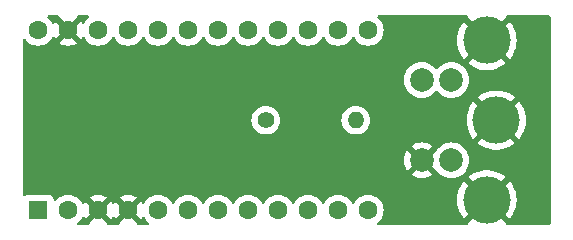
<source format=gbl>
G04 #@! TF.GenerationSoftware,KiCad,Pcbnew,8.0.3*
G04 #@! TF.CreationDate,2024-06-25T16:21:06+09:00*
G04 #@! TF.ProjectId,adb-usb-converter,6164622d-7573-4622-9d63-6f6e76657274,rev?*
G04 #@! TF.SameCoordinates,Original*
G04 #@! TF.FileFunction,Copper,L2,Bot*
G04 #@! TF.FilePolarity,Positive*
%FSLAX46Y46*%
G04 Gerber Fmt 4.6, Leading zero omitted, Abs format (unit mm)*
G04 Created by KiCad (PCBNEW 8.0.3) date 2024-06-25 16:21:06*
%MOMM*%
%LPD*%
G01*
G04 APERTURE LIST*
G04 #@! TA.AperFunction,ComponentPad*
%ADD10C,4.000000*%
G04 #@! TD*
G04 #@! TA.AperFunction,ComponentPad*
%ADD11C,2.000000*%
G04 #@! TD*
G04 #@! TA.AperFunction,ComponentPad*
%ADD12C,1.400000*%
G04 #@! TD*
G04 #@! TA.AperFunction,ComponentPad*
%ADD13O,1.400000X1.400000*%
G04 #@! TD*
G04 #@! TA.AperFunction,ComponentPad*
%ADD14R,1.600000X1.600000*%
G04 #@! TD*
G04 #@! TA.AperFunction,ComponentPad*
%ADD15C,1.600000*%
G04 #@! TD*
G04 APERTURE END LIST*
D10*
X144950000Y6750000D03*
X145750000Y0D03*
X144950000Y-6750000D03*
D11*
X141950000Y3400000D03*
X139450000Y3400000D03*
X141950000Y-3400000D03*
X139450000Y-3400000D03*
D12*
X126238000Y0D03*
D13*
X133858000Y0D03*
D14*
X106965001Y-7620000D03*
D15*
X109505001Y-7620000D03*
X112045001Y-7620000D03*
X114585001Y-7620000D03*
X117125001Y-7620000D03*
X119665001Y-7620000D03*
X122205001Y-7620000D03*
X124745001Y-7620000D03*
X127285001Y-7620000D03*
X129825001Y-7620000D03*
X132365001Y-7620000D03*
X134905001Y-7620000D03*
X134905001Y7620000D03*
X132365001Y7620000D03*
X129825001Y7620000D03*
X127285001Y7620000D03*
X124745001Y7620000D03*
X122205001Y7620000D03*
X119665001Y7620000D03*
X117125001Y7620000D03*
X114585001Y7620000D03*
X112045001Y7620000D03*
X109505001Y7620000D03*
X106965001Y7620000D03*
G04 #@! TA.AperFunction,Conductor*
G36*
X111532483Y-7832292D02*
G01*
X111604891Y-7957708D01*
X111707293Y-8060110D01*
X111832709Y-8132518D01*
X111879227Y-8144982D01*
X111317111Y-8707098D01*
X111318898Y-8727519D01*
X111304908Y-8797124D01*
X111255509Y-8848116D01*
X111193377Y-8864500D01*
X110408592Y-8864500D01*
X110340471Y-8844498D01*
X110293978Y-8790842D01*
X110283874Y-8720568D01*
X110313368Y-8655988D01*
X110336321Y-8635287D01*
X110339683Y-8632932D01*
X110349301Y-8626198D01*
X110511199Y-8464300D01*
X110642524Y-8276749D01*
X110661082Y-8236950D01*
X110707996Y-8183667D01*
X110776273Y-8164205D01*
X110844233Y-8184745D01*
X110889470Y-8236949D01*
X110907914Y-8276500D01*
X110907914Y-8276501D01*
X110957900Y-8347888D01*
X111520017Y-7785771D01*
X111532483Y-7832292D01*
G37*
G04 #@! TD.AperFunction*
G04 #@! TA.AperFunction,Conductor*
G36*
X114072483Y-7832292D02*
G01*
X114144891Y-7957708D01*
X114247293Y-8060110D01*
X114372709Y-8132518D01*
X114419227Y-8144982D01*
X113857111Y-8707098D01*
X113858898Y-8727519D01*
X113844908Y-8797124D01*
X113795509Y-8848116D01*
X113733377Y-8864500D01*
X112896624Y-8864500D01*
X112828503Y-8844498D01*
X112782010Y-8790842D01*
X112771103Y-8727519D01*
X112772889Y-8707097D01*
X112210774Y-8144982D01*
X112257293Y-8132518D01*
X112382709Y-8060110D01*
X112485111Y-7957708D01*
X112557519Y-7832292D01*
X112569983Y-7785773D01*
X113132098Y-8347888D01*
X113132100Y-8347888D01*
X113182089Y-8276497D01*
X113200806Y-8236359D01*
X113247723Y-8183074D01*
X113316000Y-8163613D01*
X113383960Y-8184155D01*
X113429196Y-8236359D01*
X113447914Y-8276501D01*
X113497900Y-8347888D01*
X114060017Y-7785771D01*
X114072483Y-7832292D01*
G37*
G04 #@! TD.AperFunction*
G04 #@! TA.AperFunction,Conductor*
G36*
X115672098Y-8347888D02*
G01*
X115672100Y-8347888D01*
X115722089Y-8276497D01*
X115740530Y-8236951D01*
X115787447Y-8183666D01*
X115855724Y-8164205D01*
X115923684Y-8184747D01*
X115968920Y-8236951D01*
X115987478Y-8276749D01*
X116118803Y-8464300D01*
X116280701Y-8626198D01*
X116280704Y-8626200D01*
X116293681Y-8635287D01*
X116338009Y-8690745D01*
X116345318Y-8761364D01*
X116313287Y-8824724D01*
X116252085Y-8860709D01*
X116221410Y-8864500D01*
X115436624Y-8864500D01*
X115368503Y-8844498D01*
X115322010Y-8790842D01*
X115311103Y-8727519D01*
X115312889Y-8707097D01*
X114750774Y-8144982D01*
X114797293Y-8132518D01*
X114922709Y-8060110D01*
X115025111Y-7957708D01*
X115097519Y-7832292D01*
X115109983Y-7785773D01*
X115672098Y-8347888D01*
G37*
G04 #@! TD.AperFunction*
G04 #@! TA.AperFunction,Conductor*
G36*
X143307544Y8844498D02*
G01*
X143354037Y8790842D01*
X143365035Y8728614D01*
X143362522Y8696686D01*
X144248831Y7810377D01*
X144122651Y7718702D01*
X143981298Y7577349D01*
X143889621Y7451166D01*
X143006042Y8334746D01*
X143006041Y8334746D01*
X142916971Y8227078D01*
X142916969Y8227075D01*
X142747882Y7960636D01*
X142747875Y7960622D01*
X142613513Y7675088D01*
X142613509Y7675079D01*
X142515992Y7374955D01*
X142515989Y7374942D01*
X142456856Y7064961D01*
X142456854Y7064944D01*
X142437041Y6750006D01*
X142437041Y6749993D01*
X142456854Y6435055D01*
X142456856Y6435038D01*
X142515989Y6125057D01*
X142515992Y6125044D01*
X142613509Y5824920D01*
X142613513Y5824911D01*
X142747875Y5539377D01*
X142747882Y5539363D01*
X142916969Y5272924D01*
X142916972Y5272921D01*
X143006042Y5165252D01*
X143889622Y6048832D01*
X143981298Y5922651D01*
X144122651Y5781298D01*
X144248831Y5689622D01*
X143362522Y4803312D01*
X143362522Y4803310D01*
X143603486Y4628240D01*
X143880034Y4476207D01*
X144173460Y4360031D01*
X144173466Y4360029D01*
X144479103Y4281555D01*
X144479130Y4281550D01*
X144792195Y4242001D01*
X144792214Y4242000D01*
X145107786Y4242000D01*
X145107804Y4242001D01*
X145420869Y4281550D01*
X145420896Y4281555D01*
X145726533Y4360029D01*
X145726539Y4360031D01*
X146019965Y4476207D01*
X146296513Y4628240D01*
X146537476Y4803310D01*
X146537476Y4803311D01*
X145651166Y5689621D01*
X145777349Y5781298D01*
X145918702Y5922651D01*
X146010377Y6048831D01*
X146893956Y5165252D01*
X146893957Y5165252D01*
X146983028Y5272921D01*
X146983030Y5272924D01*
X147152117Y5539363D01*
X147152124Y5539377D01*
X147286486Y5824911D01*
X147286490Y5824920D01*
X147384007Y6125044D01*
X147384010Y6125057D01*
X147443143Y6435038D01*
X147443145Y6435055D01*
X147462959Y6749993D01*
X147462959Y6750006D01*
X147443145Y7064944D01*
X147443143Y7064961D01*
X147384010Y7374942D01*
X147384007Y7374955D01*
X147286490Y7675079D01*
X147286486Y7675088D01*
X147152124Y7960622D01*
X147152117Y7960636D01*
X146983033Y8227071D01*
X146983030Y8227075D01*
X146893956Y8334746D01*
X146010377Y7451167D01*
X145918702Y7577349D01*
X145777349Y7718702D01*
X145651168Y7810377D01*
X146537476Y8696686D01*
X146534964Y8728614D01*
X146549560Y8798094D01*
X146599403Y8848654D01*
X146660576Y8864500D01*
X150216500Y8864500D01*
X150284621Y8844498D01*
X150331114Y8790842D01*
X150342500Y8738500D01*
X150342500Y-8738500D01*
X150322498Y-8806621D01*
X150268842Y-8853114D01*
X150216500Y-8864500D01*
X146660576Y-8864500D01*
X146592455Y-8844498D01*
X146545962Y-8790842D01*
X146534964Y-8728614D01*
X146537476Y-8696686D01*
X145651168Y-7810377D01*
X145777349Y-7718702D01*
X145918702Y-7577349D01*
X146010377Y-7451167D01*
X146893956Y-8334746D01*
X146983030Y-8227075D01*
X146983033Y-8227071D01*
X147152117Y-7960636D01*
X147152124Y-7960622D01*
X147286486Y-7675088D01*
X147286490Y-7675079D01*
X147384007Y-7374955D01*
X147384010Y-7374942D01*
X147443143Y-7064961D01*
X147443145Y-7064944D01*
X147462959Y-6750006D01*
X147462959Y-6749993D01*
X147443145Y-6435055D01*
X147443143Y-6435038D01*
X147384010Y-6125057D01*
X147384007Y-6125044D01*
X147286490Y-5824920D01*
X147286486Y-5824911D01*
X147152124Y-5539377D01*
X147152117Y-5539363D01*
X146983030Y-5272924D01*
X146983028Y-5272921D01*
X146893956Y-5165252D01*
X146010377Y-6048831D01*
X145918702Y-5922651D01*
X145777349Y-5781298D01*
X145651167Y-5689621D01*
X146537476Y-4803312D01*
X146537476Y-4803310D01*
X146296513Y-4628240D01*
X146019965Y-4476207D01*
X145726539Y-4360031D01*
X145726533Y-4360029D01*
X145420896Y-4281555D01*
X145420869Y-4281550D01*
X145107804Y-4242001D01*
X145107786Y-4242000D01*
X144792214Y-4242000D01*
X144792195Y-4242001D01*
X144479130Y-4281550D01*
X144479103Y-4281555D01*
X144173466Y-4360029D01*
X144173460Y-4360031D01*
X143880034Y-4476207D01*
X143603486Y-4628240D01*
X143362522Y-4803310D01*
X143362522Y-4803312D01*
X144248832Y-5689622D01*
X144122651Y-5781298D01*
X143981298Y-5922651D01*
X143889622Y-6048832D01*
X143006042Y-5165252D01*
X142916972Y-5272921D01*
X142916969Y-5272924D01*
X142747882Y-5539363D01*
X142747875Y-5539377D01*
X142613513Y-5824911D01*
X142613509Y-5824920D01*
X142515992Y-6125044D01*
X142515989Y-6125057D01*
X142456856Y-6435038D01*
X142456854Y-6435055D01*
X142437041Y-6749993D01*
X142437041Y-6750006D01*
X142456854Y-7064944D01*
X142456856Y-7064961D01*
X142515989Y-7374942D01*
X142515992Y-7374955D01*
X142613509Y-7675079D01*
X142613513Y-7675088D01*
X142747875Y-7960622D01*
X142747882Y-7960636D01*
X142916969Y-8227075D01*
X142916971Y-8227078D01*
X143006042Y-8334746D01*
X143889621Y-7451166D01*
X143981298Y-7577349D01*
X144122651Y-7718702D01*
X144248831Y-7810377D01*
X143362522Y-8696686D01*
X143365035Y-8728614D01*
X143350439Y-8798094D01*
X143300596Y-8848654D01*
X143239423Y-8864500D01*
X135808592Y-8864500D01*
X135740471Y-8844498D01*
X135693978Y-8790842D01*
X135683874Y-8720568D01*
X135713368Y-8655988D01*
X135736321Y-8635287D01*
X135739683Y-8632932D01*
X135749301Y-8626198D01*
X135911199Y-8464300D01*
X136042524Y-8276749D01*
X136139285Y-8069243D01*
X136198544Y-7848087D01*
X136218499Y-7620000D01*
X136198544Y-7391913D01*
X136139285Y-7170757D01*
X136042524Y-6963251D01*
X135911199Y-6775700D01*
X135749301Y-6613802D01*
X135633758Y-6532898D01*
X135561750Y-6482477D01*
X135354247Y-6385717D01*
X135354241Y-6385715D01*
X135218820Y-6349429D01*
X135133088Y-6326457D01*
X134905001Y-6306502D01*
X134676914Y-6326457D01*
X134455760Y-6385715D01*
X134455754Y-6385717D01*
X134248251Y-6482477D01*
X134060704Y-6613799D01*
X134060698Y-6613804D01*
X133898805Y-6775697D01*
X133898800Y-6775703D01*
X133767478Y-6963250D01*
X133749196Y-7002457D01*
X133702279Y-7055742D01*
X133634002Y-7075203D01*
X133566042Y-7054661D01*
X133520806Y-7002457D01*
X133518895Y-6998359D01*
X133502524Y-6963251D01*
X133371199Y-6775700D01*
X133209301Y-6613802D01*
X133093758Y-6532898D01*
X133021750Y-6482477D01*
X132814247Y-6385717D01*
X132814241Y-6385715D01*
X132678820Y-6349429D01*
X132593088Y-6326457D01*
X132365001Y-6306502D01*
X132136914Y-6326457D01*
X131915760Y-6385715D01*
X131915754Y-6385717D01*
X131708251Y-6482477D01*
X131520704Y-6613799D01*
X131520698Y-6613804D01*
X131358805Y-6775697D01*
X131358800Y-6775703D01*
X131227478Y-6963250D01*
X131209196Y-7002457D01*
X131162279Y-7055742D01*
X131094002Y-7075203D01*
X131026042Y-7054661D01*
X130980806Y-7002457D01*
X130978895Y-6998359D01*
X130962524Y-6963251D01*
X130831199Y-6775700D01*
X130669301Y-6613802D01*
X130553758Y-6532898D01*
X130481750Y-6482477D01*
X130274247Y-6385717D01*
X130274241Y-6385715D01*
X130138820Y-6349429D01*
X130053088Y-6326457D01*
X129825001Y-6306502D01*
X129596914Y-6326457D01*
X129375760Y-6385715D01*
X129375754Y-6385717D01*
X129168251Y-6482477D01*
X128980704Y-6613799D01*
X128980698Y-6613804D01*
X128818805Y-6775697D01*
X128818800Y-6775703D01*
X128687478Y-6963250D01*
X128669196Y-7002457D01*
X128622279Y-7055742D01*
X128554002Y-7075203D01*
X128486042Y-7054661D01*
X128440806Y-7002457D01*
X128438895Y-6998359D01*
X128422524Y-6963251D01*
X128291199Y-6775700D01*
X128129301Y-6613802D01*
X128013758Y-6532898D01*
X127941750Y-6482477D01*
X127734247Y-6385717D01*
X127734241Y-6385715D01*
X127598820Y-6349429D01*
X127513088Y-6326457D01*
X127285001Y-6306502D01*
X127056914Y-6326457D01*
X126835760Y-6385715D01*
X126835754Y-6385717D01*
X126628251Y-6482477D01*
X126440704Y-6613799D01*
X126440698Y-6613804D01*
X126278805Y-6775697D01*
X126278800Y-6775703D01*
X126147478Y-6963250D01*
X126129196Y-7002457D01*
X126082279Y-7055742D01*
X126014002Y-7075203D01*
X125946042Y-7054661D01*
X125900806Y-7002457D01*
X125898895Y-6998359D01*
X125882524Y-6963251D01*
X125751199Y-6775700D01*
X125589301Y-6613802D01*
X125473758Y-6532898D01*
X125401750Y-6482477D01*
X125194247Y-6385717D01*
X125194241Y-6385715D01*
X125058820Y-6349429D01*
X124973088Y-6326457D01*
X124745001Y-6306502D01*
X124516914Y-6326457D01*
X124295760Y-6385715D01*
X124295754Y-6385717D01*
X124088251Y-6482477D01*
X123900704Y-6613799D01*
X123900698Y-6613804D01*
X123738805Y-6775697D01*
X123738800Y-6775703D01*
X123607478Y-6963250D01*
X123589196Y-7002457D01*
X123542279Y-7055742D01*
X123474002Y-7075203D01*
X123406042Y-7054661D01*
X123360806Y-7002457D01*
X123358895Y-6998359D01*
X123342524Y-6963251D01*
X123211199Y-6775700D01*
X123049301Y-6613802D01*
X122933758Y-6532898D01*
X122861750Y-6482477D01*
X122654247Y-6385717D01*
X122654241Y-6385715D01*
X122518820Y-6349429D01*
X122433088Y-6326457D01*
X122205001Y-6306502D01*
X121976914Y-6326457D01*
X121755760Y-6385715D01*
X121755754Y-6385717D01*
X121548251Y-6482477D01*
X121360704Y-6613799D01*
X121360698Y-6613804D01*
X121198805Y-6775697D01*
X121198800Y-6775703D01*
X121067478Y-6963250D01*
X121049196Y-7002457D01*
X121002279Y-7055742D01*
X120934002Y-7075203D01*
X120866042Y-7054661D01*
X120820806Y-7002457D01*
X120818895Y-6998359D01*
X120802524Y-6963251D01*
X120671199Y-6775700D01*
X120509301Y-6613802D01*
X120393758Y-6532898D01*
X120321750Y-6482477D01*
X120114247Y-6385717D01*
X120114241Y-6385715D01*
X119978820Y-6349429D01*
X119893088Y-6326457D01*
X119665001Y-6306502D01*
X119436914Y-6326457D01*
X119215760Y-6385715D01*
X119215754Y-6385717D01*
X119008251Y-6482477D01*
X118820704Y-6613799D01*
X118820698Y-6613804D01*
X118658805Y-6775697D01*
X118658800Y-6775703D01*
X118527478Y-6963250D01*
X118509196Y-7002457D01*
X118462279Y-7055742D01*
X118394002Y-7075203D01*
X118326042Y-7054661D01*
X118280806Y-7002457D01*
X118278895Y-6998359D01*
X118262524Y-6963251D01*
X118131199Y-6775700D01*
X117969301Y-6613802D01*
X117853758Y-6532898D01*
X117781750Y-6482477D01*
X117574247Y-6385717D01*
X117574241Y-6385715D01*
X117438820Y-6349429D01*
X117353088Y-6326457D01*
X117125001Y-6306502D01*
X116896914Y-6326457D01*
X116675760Y-6385715D01*
X116675754Y-6385717D01*
X116468251Y-6482477D01*
X116280704Y-6613799D01*
X116280698Y-6613804D01*
X116118805Y-6775697D01*
X116118800Y-6775703D01*
X115987476Y-6963252D01*
X115968919Y-7003049D01*
X115922002Y-7056333D01*
X115853725Y-7075794D01*
X115785765Y-7055252D01*
X115740531Y-7003049D01*
X115722089Y-6963502D01*
X115722087Y-6963498D01*
X115672101Y-6892110D01*
X115672099Y-6892110D01*
X115109983Y-7454226D01*
X115097519Y-7407708D01*
X115025111Y-7282292D01*
X114922709Y-7179890D01*
X114797293Y-7107482D01*
X114750773Y-7095016D01*
X115312889Y-6532899D01*
X115312889Y-6532898D01*
X115241502Y-6482913D01*
X115034074Y-6386188D01*
X115034069Y-6386186D01*
X114813001Y-6326951D01*
X114813005Y-6326951D01*
X114585001Y-6307004D01*
X114356998Y-6326951D01*
X114135932Y-6386186D01*
X114135927Y-6386188D01*
X113928501Y-6482913D01*
X113857110Y-6532900D01*
X114419227Y-7095017D01*
X114372709Y-7107482D01*
X114247293Y-7179890D01*
X114144891Y-7282292D01*
X114072483Y-7407708D01*
X114060018Y-7454226D01*
X113497901Y-6892109D01*
X113447913Y-6963501D01*
X113447912Y-6963503D01*
X113429195Y-7003642D01*
X113382278Y-7056926D01*
X113314001Y-7076387D01*
X113246041Y-7055845D01*
X113200806Y-7003641D01*
X113182087Y-6963498D01*
X113132101Y-6892110D01*
X113132099Y-6892110D01*
X112569983Y-7454226D01*
X112557519Y-7407708D01*
X112485111Y-7282292D01*
X112382709Y-7179890D01*
X112257293Y-7107482D01*
X112210773Y-7095016D01*
X112772889Y-6532899D01*
X112772889Y-6532898D01*
X112701502Y-6482913D01*
X112494074Y-6386188D01*
X112494069Y-6386186D01*
X112273001Y-6326951D01*
X112273005Y-6326951D01*
X112045001Y-6307004D01*
X111816998Y-6326951D01*
X111595932Y-6386186D01*
X111595927Y-6386188D01*
X111388501Y-6482913D01*
X111317110Y-6532900D01*
X111879227Y-7095017D01*
X111832709Y-7107482D01*
X111707293Y-7179890D01*
X111604891Y-7282292D01*
X111532483Y-7407708D01*
X111520018Y-7454226D01*
X110957901Y-6892109D01*
X110907913Y-6963501D01*
X110907912Y-6963503D01*
X110889471Y-7003050D01*
X110842554Y-7056335D01*
X110774277Y-7075795D01*
X110706317Y-7055253D01*
X110661082Y-7003049D01*
X110660741Y-7002318D01*
X110642524Y-6963251D01*
X110511199Y-6775700D01*
X110349301Y-6613802D01*
X110233758Y-6532898D01*
X110161750Y-6482477D01*
X109954247Y-6385717D01*
X109954241Y-6385715D01*
X109818820Y-6349429D01*
X109733088Y-6326457D01*
X109505001Y-6306502D01*
X109276914Y-6326457D01*
X109055760Y-6385715D01*
X109055754Y-6385717D01*
X108848251Y-6482477D01*
X108660704Y-6613799D01*
X108660698Y-6613804D01*
X108498805Y-6775697D01*
X108498796Y-6775708D01*
X108496484Y-6779010D01*
X108441022Y-6823333D01*
X108370402Y-6830635D01*
X108307045Y-6798598D01*
X108271066Y-6737393D01*
X108268000Y-6720198D01*
X108266990Y-6710799D01*
X108215890Y-6573796D01*
X108215889Y-6573794D01*
X108215888Y-6573792D01*
X108128262Y-6456738D01*
X108011208Y-6369112D01*
X108011203Y-6369110D01*
X107874205Y-6318011D01*
X107874197Y-6318009D01*
X107813650Y-6311500D01*
X107813639Y-6311500D01*
X106116363Y-6311500D01*
X106116351Y-6311500D01*
X106055804Y-6318009D01*
X106055796Y-6318011D01*
X105918798Y-6369110D01*
X105918793Y-6369113D01*
X105891009Y-6389912D01*
X105824488Y-6414723D01*
X105755114Y-6399631D01*
X105704912Y-6349429D01*
X105689500Y-6289044D01*
X105689500Y-3400000D01*
X137937337Y-3400000D01*
X137955960Y-3636632D01*
X138011371Y-3867437D01*
X138102208Y-4086738D01*
X138216896Y-4273890D01*
X138216897Y-4273890D01*
X138858781Y-3632006D01*
X138887271Y-3700785D01*
X138956764Y-3804789D01*
X139045211Y-3893236D01*
X139149215Y-3962729D01*
X139217991Y-3991217D01*
X138576107Y-4633101D01*
X138576108Y-4633102D01*
X138763261Y-4747791D01*
X138982562Y-4838628D01*
X139213367Y-4894039D01*
X139450000Y-4912662D01*
X139686632Y-4894039D01*
X139917437Y-4838628D01*
X140136738Y-4747791D01*
X140323890Y-4633102D01*
X140323891Y-4633102D01*
X139682007Y-3991217D01*
X139750785Y-3962729D01*
X139854789Y-3893236D01*
X139943236Y-3804789D01*
X140012729Y-3700785D01*
X140041218Y-3632007D01*
X140696999Y-4287788D01*
X140712974Y-4290494D01*
X140753599Y-4321936D01*
X140880030Y-4469969D01*
X141060580Y-4624173D01*
X141060584Y-4624176D01*
X141263037Y-4748240D01*
X141482406Y-4839105D01*
X141713289Y-4894535D01*
X141950000Y-4913165D01*
X142186711Y-4894535D01*
X142417594Y-4839105D01*
X142636963Y-4748240D01*
X142839416Y-4624176D01*
X143019969Y-4469969D01*
X143174176Y-4289416D01*
X143298240Y-4086963D01*
X143389105Y-3867594D01*
X143444535Y-3636711D01*
X143463165Y-3400000D01*
X143444535Y-3163289D01*
X143389105Y-2932406D01*
X143298240Y-2713037D01*
X143174176Y-2510584D01*
X143171969Y-2508000D01*
X143019969Y-2330030D01*
X142839419Y-2175826D01*
X142839417Y-2175825D01*
X142839416Y-2175824D01*
X142636963Y-2051760D01*
X142418744Y-1961371D01*
X142417592Y-1960894D01*
X142259651Y-1922976D01*
X142186711Y-1905465D01*
X141950000Y-1886835D01*
X141713289Y-1905465D01*
X141482407Y-1960894D01*
X141263038Y-2051759D01*
X141060582Y-2175825D01*
X141060580Y-2175826D01*
X140880033Y-2330028D01*
X140753599Y-2478063D01*
X140694148Y-2516872D01*
X140692162Y-2517046D01*
X140041217Y-3167991D01*
X140012729Y-3099215D01*
X139943236Y-2995211D01*
X139854789Y-2906764D01*
X139750785Y-2837271D01*
X139682006Y-2808781D01*
X140323890Y-2166897D01*
X140323890Y-2166896D01*
X140136738Y-2052208D01*
X139917437Y-1961371D01*
X139686632Y-1905960D01*
X139450000Y-1887337D01*
X139213367Y-1905960D01*
X138982562Y-1961371D01*
X138763266Y-2052206D01*
X138576108Y-2166897D01*
X138576108Y-2166898D01*
X139217992Y-2808782D01*
X139149215Y-2837271D01*
X139045211Y-2906764D01*
X138956764Y-2995211D01*
X138887271Y-3099215D01*
X138858782Y-3167992D01*
X138216898Y-2526108D01*
X138216897Y-2526108D01*
X138102206Y-2713266D01*
X138011371Y-2932562D01*
X137955960Y-3163367D01*
X137937337Y-3400000D01*
X105689500Y-3400000D01*
X105689500Y0D01*
X125024884Y0D01*
X125043314Y-210655D01*
X125071258Y-314944D01*
X125098043Y-414908D01*
X125098045Y-414912D01*
X125187412Y-606561D01*
X125308692Y-779767D01*
X125308696Y-779772D01*
X125308699Y-779776D01*
X125458224Y-929301D01*
X125458228Y-929304D01*
X125458232Y-929307D01*
X125631438Y-1050587D01*
X125631441Y-1050588D01*
X125631442Y-1050589D01*
X125823090Y-1139956D01*
X126027345Y-1194686D01*
X126238000Y-1213116D01*
X126448655Y-1194686D01*
X126652910Y-1139956D01*
X126844558Y-1050589D01*
X127017776Y-929301D01*
X127167301Y-779776D01*
X127275707Y-624955D01*
X127288587Y-606561D01*
X127288587Y-606560D01*
X127288589Y-606558D01*
X127377956Y-414910D01*
X127432686Y-210655D01*
X127451116Y0D01*
X132644884Y0D01*
X132663314Y-210655D01*
X132691258Y-314944D01*
X132718043Y-414908D01*
X132718045Y-414912D01*
X132807412Y-606561D01*
X132928692Y-779767D01*
X132928696Y-779772D01*
X132928699Y-779776D01*
X133078224Y-929301D01*
X133078228Y-929304D01*
X133078232Y-929307D01*
X133251438Y-1050587D01*
X133251441Y-1050588D01*
X133251442Y-1050589D01*
X133443090Y-1139956D01*
X133647345Y-1194686D01*
X133858000Y-1213116D01*
X134068655Y-1194686D01*
X134272910Y-1139956D01*
X134464558Y-1050589D01*
X134637776Y-929301D01*
X134787301Y-779776D01*
X134895707Y-624955D01*
X134908587Y-606561D01*
X134908587Y-606560D01*
X134908589Y-606558D01*
X134997956Y-414910D01*
X135052686Y-210655D01*
X135071116Y0D01*
X135071115Y6D01*
X143237041Y6D01*
X143237041Y-6D01*
X143256854Y-314944D01*
X143256856Y-314961D01*
X143315989Y-624942D01*
X143315992Y-624955D01*
X143413509Y-925079D01*
X143413513Y-925088D01*
X143547875Y-1210622D01*
X143547882Y-1210636D01*
X143716969Y-1477075D01*
X143716971Y-1477078D01*
X143806042Y-1584746D01*
X145250000Y-140788D01*
X145250000Y-859208D01*
X144162522Y-1946686D01*
X144162522Y-1946688D01*
X144403482Y-2121756D01*
X144680034Y-2273792D01*
X144973460Y-2389968D01*
X144973466Y-2389970D01*
X145279103Y-2468444D01*
X145279130Y-2468449D01*
X145592195Y-2507998D01*
X145592214Y-2508000D01*
X145907786Y-2508000D01*
X145907804Y-2507998D01*
X146220869Y-2468449D01*
X146220896Y-2468444D01*
X146526533Y-2389970D01*
X146526539Y-2389968D01*
X146819965Y-2273792D01*
X147096512Y-2121759D01*
X147337476Y-1946688D01*
X147337476Y-1946686D01*
X146250000Y-859209D01*
X146250000Y-140790D01*
X147693956Y-1584746D01*
X147783030Y-1477075D01*
X147783033Y-1477071D01*
X147952117Y-1210636D01*
X147952124Y-1210622D01*
X148086486Y-925088D01*
X148086490Y-925079D01*
X148184007Y-624955D01*
X148184010Y-624942D01*
X148243143Y-314961D01*
X148243145Y-314944D01*
X148262959Y-6D01*
X148262959Y6D01*
X148243145Y314944D01*
X148243143Y314961D01*
X148184010Y624942D01*
X148184007Y624955D01*
X148086490Y925079D01*
X148086486Y925088D01*
X147952124Y1210622D01*
X147952117Y1210636D01*
X147783033Y1477071D01*
X147783030Y1477075D01*
X147693956Y1584746D01*
X146250000Y140790D01*
X146250000Y859209D01*
X147337476Y1946686D01*
X147337476Y1946688D01*
X147096512Y2121759D01*
X146819965Y2273792D01*
X146526539Y2389968D01*
X146526533Y2389970D01*
X146220896Y2468444D01*
X146220869Y2468449D01*
X145907804Y2507998D01*
X145907786Y2508000D01*
X145592214Y2508000D01*
X145592195Y2507998D01*
X145279130Y2468449D01*
X145279103Y2468444D01*
X144973466Y2389970D01*
X144973460Y2389968D01*
X144680034Y2273792D01*
X144403482Y2121756D01*
X144162522Y1946688D01*
X144162522Y1946686D01*
X145250000Y859208D01*
X145250000Y140788D01*
X143806042Y1584746D01*
X143806041Y1584746D01*
X143716971Y1477078D01*
X143716969Y1477075D01*
X143547882Y1210636D01*
X143547875Y1210622D01*
X143413513Y925088D01*
X143413509Y925079D01*
X143315992Y624955D01*
X143315989Y624942D01*
X143256856Y314961D01*
X143256854Y314944D01*
X143237041Y6D01*
X135071115Y6D01*
X135052686Y210655D01*
X134997956Y414910D01*
X134908589Y606558D01*
X134895716Y624942D01*
X134787307Y779767D01*
X134787301Y779776D01*
X134637776Y929301D01*
X134464558Y1050589D01*
X134272910Y1139956D01*
X134068655Y1194686D01*
X133858000Y1213116D01*
X133647345Y1194686D01*
X133443090Y1139956D01*
X133251442Y1050589D01*
X133251438Y1050587D01*
X133078232Y929307D01*
X133078228Y929304D01*
X133078224Y929301D01*
X133078221Y929298D01*
X132928701Y779778D01*
X132928692Y779767D01*
X132807412Y606561D01*
X132807411Y606558D01*
X132718044Y414910D01*
X132663314Y210655D01*
X132644884Y0D01*
X127451116Y0D01*
X127432686Y210655D01*
X127377956Y414910D01*
X127288589Y606558D01*
X127275716Y624942D01*
X127167307Y779767D01*
X127167301Y779776D01*
X127017776Y929301D01*
X126844558Y1050589D01*
X126652910Y1139956D01*
X126448655Y1194686D01*
X126238000Y1213116D01*
X126027345Y1194686D01*
X125823090Y1139956D01*
X125631442Y1050589D01*
X125631438Y1050587D01*
X125458232Y929307D01*
X125458228Y929304D01*
X125458224Y929301D01*
X125458221Y929298D01*
X125308701Y779778D01*
X125308692Y779767D01*
X125187412Y606561D01*
X125187411Y606558D01*
X125098044Y414910D01*
X125043314Y210655D01*
X125024884Y0D01*
X105689500Y0D01*
X105689500Y3400000D01*
X137936835Y3400000D01*
X137955465Y3163289D01*
X138010894Y2932407D01*
X138101759Y2713038D01*
X138225825Y2510582D01*
X138225826Y2510580D01*
X138380030Y2330030D01*
X138560580Y2175826D01*
X138560582Y2175825D01*
X138763038Y2051759D01*
X138982407Y1960894D01*
X139213289Y1905465D01*
X139450000Y1886835D01*
X139686711Y1905465D01*
X139759651Y1922976D01*
X139917592Y1960894D01*
X140136961Y2051759D01*
X140251190Y2121759D01*
X140339416Y2175824D01*
X140339417Y2175825D01*
X140339419Y2175826D01*
X140519966Y2330028D01*
X140604189Y2428640D01*
X140663640Y2467449D01*
X140734634Y2467955D01*
X140794633Y2429999D01*
X140795811Y2428640D01*
X140880033Y2330028D01*
X141060580Y2175826D01*
X141060582Y2175825D01*
X141263038Y2051759D01*
X141482407Y1960894D01*
X141713289Y1905465D01*
X141950000Y1886835D01*
X142186711Y1905465D01*
X142259651Y1922976D01*
X142417592Y1960894D01*
X142636961Y2051759D01*
X142751190Y2121759D01*
X142839416Y2175824D01*
X142839417Y2175825D01*
X142839419Y2175826D01*
X143019969Y2330030D01*
X143174173Y2510580D01*
X143174174Y2510582D01*
X143174176Y2510584D01*
X143298240Y2713037D01*
X143389105Y2932406D01*
X143444535Y3163289D01*
X143463165Y3400000D01*
X143444535Y3636711D01*
X143389105Y3867594D01*
X143298240Y4086963D01*
X143174176Y4289416D01*
X143019969Y4469969D01*
X142839416Y4624176D01*
X142636963Y4748240D01*
X142417594Y4839105D01*
X142186711Y4894535D01*
X141950000Y4913165D01*
X141713289Y4894535D01*
X141482406Y4839105D01*
X141263037Y4748240D01*
X141060584Y4624176D01*
X141060582Y4624174D01*
X141060580Y4624173D01*
X140880030Y4469969D01*
X140795811Y4371360D01*
X140736361Y4332551D01*
X140665366Y4332043D01*
X140605367Y4369999D01*
X140604189Y4371360D01*
X140519969Y4469969D01*
X140512665Y4476207D01*
X140339416Y4624176D01*
X140136963Y4748240D01*
X139917594Y4839105D01*
X139686711Y4894535D01*
X139450000Y4913165D01*
X139213289Y4894535D01*
X138982406Y4839105D01*
X138763037Y4748240D01*
X138560584Y4624176D01*
X138560582Y4624174D01*
X138560580Y4624173D01*
X138380030Y4469969D01*
X138225826Y4289419D01*
X138225825Y4289417D01*
X138225824Y4289416D01*
X138101760Y4086963D01*
X138101759Y4086961D01*
X138010894Y3867592D01*
X137955465Y3636710D01*
X137936835Y3400000D01*
X105689500Y3400000D01*
X105689500Y6760683D01*
X105709502Y6828804D01*
X105763158Y6875297D01*
X105833432Y6885401D01*
X105898012Y6855907D01*
X105918713Y6832954D01*
X105958800Y6775703D01*
X105958805Y6775697D01*
X106120698Y6613804D01*
X106120704Y6613799D01*
X106308251Y6482477D01*
X106515754Y6385717D01*
X106515760Y6385715D01*
X106735070Y6326951D01*
X106736914Y6326457D01*
X106965001Y6306502D01*
X107193088Y6326457D01*
X107320772Y6360670D01*
X107414241Y6385715D01*
X107414247Y6385717D01*
X107621750Y6482477D01*
X107809297Y6613799D01*
X107809303Y6613804D01*
X107971196Y6775697D01*
X107971199Y6775700D01*
X108102524Y6963251D01*
X108121082Y7003049D01*
X108167999Y7056334D01*
X108236276Y7075795D01*
X108304236Y7055253D01*
X108349471Y7003050D01*
X108367912Y6963503D01*
X108367913Y6963501D01*
X108417901Y6892109D01*
X108980018Y7454226D01*
X108992483Y7407708D01*
X109064891Y7282292D01*
X109167293Y7179890D01*
X109292709Y7107482D01*
X109339227Y7095017D01*
X108777110Y6532900D01*
X108848501Y6482913D01*
X109055927Y6386188D01*
X109055932Y6386186D01*
X109277000Y6326951D01*
X109276996Y6326951D01*
X109505001Y6307004D01*
X109733003Y6326951D01*
X109954069Y6386186D01*
X109954074Y6386188D01*
X110161502Y6482913D01*
X110232889Y6532898D01*
X110232889Y6532899D01*
X109670773Y7095016D01*
X109717293Y7107482D01*
X109842709Y7179890D01*
X109945111Y7282292D01*
X110017519Y7407708D01*
X110029983Y7454226D01*
X110592099Y6892110D01*
X110592101Y6892110D01*
X110642087Y6963498D01*
X110642089Y6963502D01*
X110660531Y7003049D01*
X110707448Y7056334D01*
X110775725Y7075794D01*
X110843685Y7055252D01*
X110888919Y7003049D01*
X110907476Y6963252D01*
X111038800Y6775703D01*
X111038805Y6775697D01*
X111200698Y6613804D01*
X111200704Y6613799D01*
X111388251Y6482477D01*
X111595754Y6385717D01*
X111595760Y6385715D01*
X111815070Y6326951D01*
X111816914Y6326457D01*
X112045001Y6306502D01*
X112273088Y6326457D01*
X112400772Y6360670D01*
X112494241Y6385715D01*
X112494247Y6385717D01*
X112701750Y6482477D01*
X112889297Y6613799D01*
X112889303Y6613804D01*
X113051196Y6775697D01*
X113051199Y6775700D01*
X113182524Y6963251D01*
X113200806Y7002457D01*
X113247723Y7055742D01*
X113316000Y7075203D01*
X113383960Y7054661D01*
X113429196Y7002457D01*
X113447478Y6963250D01*
X113578800Y6775703D01*
X113578805Y6775697D01*
X113740698Y6613804D01*
X113740704Y6613799D01*
X113928251Y6482477D01*
X114135754Y6385717D01*
X114135760Y6385715D01*
X114355070Y6326951D01*
X114356914Y6326457D01*
X114585001Y6306502D01*
X114813088Y6326457D01*
X114940772Y6360670D01*
X115034241Y6385715D01*
X115034247Y6385717D01*
X115241750Y6482477D01*
X115429297Y6613799D01*
X115429303Y6613804D01*
X115591196Y6775697D01*
X115591199Y6775700D01*
X115722524Y6963251D01*
X115740806Y7002457D01*
X115787723Y7055742D01*
X115856000Y7075203D01*
X115923960Y7054661D01*
X115969196Y7002457D01*
X115987478Y6963250D01*
X116118800Y6775703D01*
X116118805Y6775697D01*
X116280698Y6613804D01*
X116280704Y6613799D01*
X116468251Y6482477D01*
X116675754Y6385717D01*
X116675760Y6385715D01*
X116895070Y6326951D01*
X116896914Y6326457D01*
X117125001Y6306502D01*
X117353088Y6326457D01*
X117480772Y6360670D01*
X117574241Y6385715D01*
X117574247Y6385717D01*
X117781750Y6482477D01*
X117969297Y6613799D01*
X117969303Y6613804D01*
X118131196Y6775697D01*
X118131199Y6775700D01*
X118262524Y6963251D01*
X118280806Y7002457D01*
X118327723Y7055742D01*
X118396000Y7075203D01*
X118463960Y7054661D01*
X118509196Y7002457D01*
X118527478Y6963250D01*
X118658800Y6775703D01*
X118658805Y6775697D01*
X118820698Y6613804D01*
X118820704Y6613799D01*
X119008251Y6482477D01*
X119215754Y6385717D01*
X119215760Y6385715D01*
X119435070Y6326951D01*
X119436914Y6326457D01*
X119665001Y6306502D01*
X119893088Y6326457D01*
X120020772Y6360670D01*
X120114241Y6385715D01*
X120114247Y6385717D01*
X120321750Y6482477D01*
X120509297Y6613799D01*
X120509303Y6613804D01*
X120671196Y6775697D01*
X120671199Y6775700D01*
X120802524Y6963251D01*
X120820806Y7002457D01*
X120867723Y7055742D01*
X120936000Y7075203D01*
X121003960Y7054661D01*
X121049196Y7002457D01*
X121067478Y6963250D01*
X121198800Y6775703D01*
X121198805Y6775697D01*
X121360698Y6613804D01*
X121360704Y6613799D01*
X121548251Y6482477D01*
X121755754Y6385717D01*
X121755760Y6385715D01*
X121975070Y6326951D01*
X121976914Y6326457D01*
X122205001Y6306502D01*
X122433088Y6326457D01*
X122560772Y6360670D01*
X122654241Y6385715D01*
X122654247Y6385717D01*
X122861750Y6482477D01*
X123049297Y6613799D01*
X123049303Y6613804D01*
X123211196Y6775697D01*
X123211199Y6775700D01*
X123342524Y6963251D01*
X123360806Y7002457D01*
X123407723Y7055742D01*
X123476000Y7075203D01*
X123543960Y7054661D01*
X123589196Y7002457D01*
X123607478Y6963250D01*
X123738800Y6775703D01*
X123738805Y6775697D01*
X123900698Y6613804D01*
X123900704Y6613799D01*
X124088251Y6482477D01*
X124295754Y6385717D01*
X124295760Y6385715D01*
X124515070Y6326951D01*
X124516914Y6326457D01*
X124745001Y6306502D01*
X124973088Y6326457D01*
X125100772Y6360670D01*
X125194241Y6385715D01*
X125194247Y6385717D01*
X125401750Y6482477D01*
X125589297Y6613799D01*
X125589303Y6613804D01*
X125751196Y6775697D01*
X125751199Y6775700D01*
X125882524Y6963251D01*
X125900806Y7002457D01*
X125947723Y7055742D01*
X126016000Y7075203D01*
X126083960Y7054661D01*
X126129196Y7002457D01*
X126147478Y6963250D01*
X126278800Y6775703D01*
X126278805Y6775697D01*
X126440698Y6613804D01*
X126440704Y6613799D01*
X126628251Y6482477D01*
X126835754Y6385717D01*
X126835760Y6385715D01*
X127055070Y6326951D01*
X127056914Y6326457D01*
X127285001Y6306502D01*
X127513088Y6326457D01*
X127640772Y6360670D01*
X127734241Y6385715D01*
X127734247Y6385717D01*
X127941750Y6482477D01*
X128129297Y6613799D01*
X128129303Y6613804D01*
X128291196Y6775697D01*
X128291199Y6775700D01*
X128422524Y6963251D01*
X128440806Y7002457D01*
X128487723Y7055742D01*
X128556000Y7075203D01*
X128623960Y7054661D01*
X128669196Y7002457D01*
X128687478Y6963250D01*
X128818800Y6775703D01*
X128818805Y6775697D01*
X128980698Y6613804D01*
X128980704Y6613799D01*
X129168251Y6482477D01*
X129375754Y6385717D01*
X129375760Y6385715D01*
X129595070Y6326951D01*
X129596914Y6326457D01*
X129825001Y6306502D01*
X130053088Y6326457D01*
X130180772Y6360670D01*
X130274241Y6385715D01*
X130274247Y6385717D01*
X130481750Y6482477D01*
X130669297Y6613799D01*
X130669303Y6613804D01*
X130831196Y6775697D01*
X130831199Y6775700D01*
X130962524Y6963251D01*
X130980806Y7002457D01*
X131027723Y7055742D01*
X131096000Y7075203D01*
X131163960Y7054661D01*
X131209196Y7002457D01*
X131227478Y6963250D01*
X131358800Y6775703D01*
X131358805Y6775697D01*
X131520698Y6613804D01*
X131520704Y6613799D01*
X131708251Y6482477D01*
X131915754Y6385717D01*
X131915760Y6385715D01*
X132135070Y6326951D01*
X132136914Y6326457D01*
X132365001Y6306502D01*
X132593088Y6326457D01*
X132720772Y6360670D01*
X132814241Y6385715D01*
X132814247Y6385717D01*
X133021750Y6482477D01*
X133209297Y6613799D01*
X133209303Y6613804D01*
X133371196Y6775697D01*
X133371199Y6775700D01*
X133502524Y6963251D01*
X133520806Y7002457D01*
X133567723Y7055742D01*
X133636000Y7075203D01*
X133703960Y7054661D01*
X133749196Y7002457D01*
X133767478Y6963250D01*
X133898800Y6775703D01*
X133898805Y6775697D01*
X134060698Y6613804D01*
X134060704Y6613799D01*
X134248251Y6482477D01*
X134455754Y6385717D01*
X134455760Y6385715D01*
X134675070Y6326951D01*
X134676914Y6326457D01*
X134905001Y6306502D01*
X135133088Y6326457D01*
X135260772Y6360670D01*
X135354241Y6385715D01*
X135354247Y6385717D01*
X135561750Y6482477D01*
X135749297Y6613799D01*
X135749303Y6613804D01*
X135911196Y6775697D01*
X135911199Y6775700D01*
X136042524Y6963251D01*
X136139285Y7170757D01*
X136198544Y7391913D01*
X136218499Y7620000D01*
X136198544Y7848087D01*
X136139285Y8069243D01*
X136042524Y8276749D01*
X135911199Y8464300D01*
X135749301Y8626198D01*
X135736321Y8635287D01*
X135691993Y8690745D01*
X135684684Y8761364D01*
X135716715Y8824724D01*
X135777917Y8860709D01*
X135808592Y8864500D01*
X143239423Y8864500D01*
X143307544Y8844498D01*
G37*
G04 #@! TD.AperFunction*
G04 #@! TA.AperFunction,Conductor*
G36*
X108721498Y8844498D02*
G01*
X108767991Y8790842D01*
X108778898Y8727519D01*
X108777111Y8707098D01*
X109339227Y8144982D01*
X109292709Y8132518D01*
X109167293Y8060110D01*
X109064891Y7957708D01*
X108992483Y7832292D01*
X108980017Y7785771D01*
X108417900Y8347888D01*
X108417899Y8347888D01*
X108367914Y8276501D01*
X108367914Y8276500D01*
X108349470Y8236949D01*
X108302552Y8183665D01*
X108234274Y8164205D01*
X108166315Y8184748D01*
X108121082Y8236951D01*
X108102524Y8276749D01*
X107971199Y8464300D01*
X107809301Y8626198D01*
X107796321Y8635287D01*
X107751993Y8690745D01*
X107744684Y8761364D01*
X107776715Y8824724D01*
X107837917Y8860709D01*
X107868592Y8864500D01*
X108653377Y8864500D01*
X108721498Y8844498D01*
G37*
G04 #@! TD.AperFunction*
G04 #@! TA.AperFunction,Conductor*
G36*
X111209531Y8844498D02*
G01*
X111256024Y8790842D01*
X111266128Y8720568D01*
X111236634Y8655988D01*
X111213681Y8635287D01*
X111200701Y8626198D01*
X111200698Y8626195D01*
X111038805Y8464302D01*
X111038800Y8464296D01*
X110907478Y8276749D01*
X110888920Y8236951D01*
X110842003Y8183666D01*
X110773726Y8164205D01*
X110705766Y8184747D01*
X110660530Y8236951D01*
X110642089Y8276497D01*
X110592100Y8347888D01*
X110592098Y8347888D01*
X110029983Y7785773D01*
X110017519Y7832292D01*
X109945111Y7957708D01*
X109842709Y8060110D01*
X109717293Y8132518D01*
X109670774Y8144982D01*
X110232889Y8707097D01*
X110231103Y8727519D01*
X110245093Y8797124D01*
X110294492Y8848116D01*
X110356624Y8864500D01*
X111141410Y8864500D01*
X111209531Y8844498D01*
G37*
G04 #@! TD.AperFunction*
M02*

</source>
